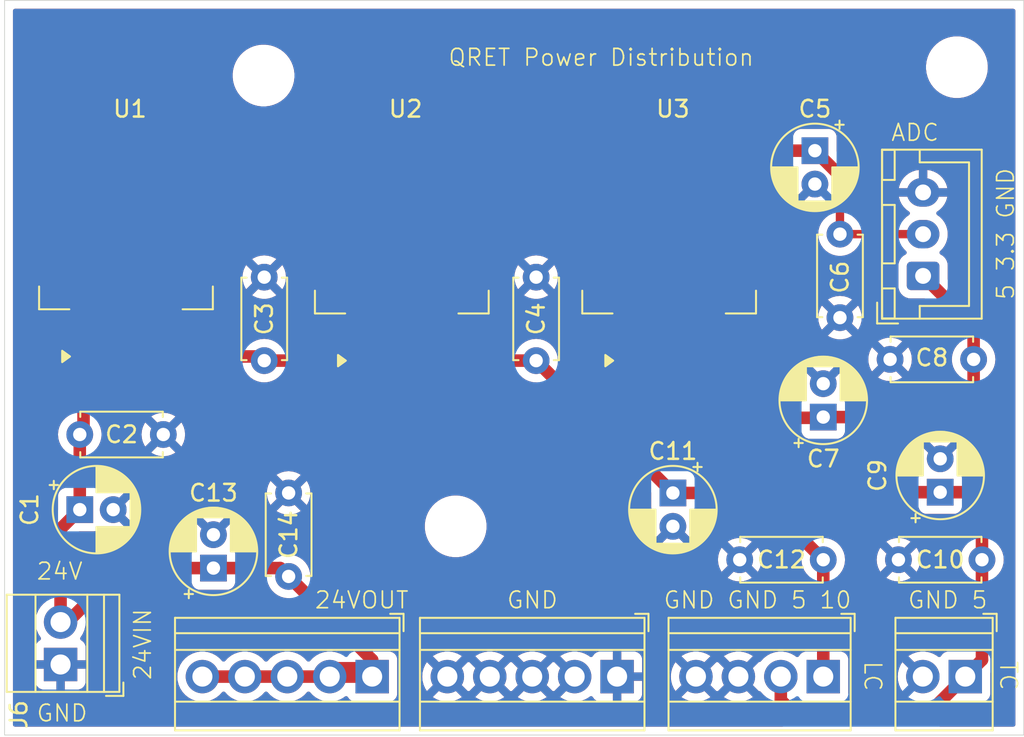
<source format=kicad_pcb>
(kicad_pcb (version 20240108) (generator "pcbnew") (generator_version "8.0")
  (layers (0 "F.Cu" signal) (31 "B.Cu" signal) (34 "B.Paste" user) (35 "F.Paste" user) (36 "B.SilkS" user "B.Silkscreen") (37 "F.SilkS" user "F.Silkscreen") (38 "B.Mask" user) (39 "F.Mask" user) (44 "Edge.Cuts" user))
  (net 0 "")
  (net 1 "GND")
  (net 2 "+3.3V")
  (net 3 "+5V")
  (net 4 "+10V")
  (net 5 "+24V")
  (footprint "Capacitor_THT:CP_Radial_D5.0mm_P2.00mm" (layer "F.Cu") (at 128 71 -90)
    (property "Reference" "C5" (at -2.5 0 180) (layer "F.SilkS"))
    (property "Value" "10μF" (hide yes))
    (pad "1" thru_hole rect (at 0 0 270) (size 1.6 1.6) (drill 0.8) (layers "*.Cu" "*.Mask") (net 2 "+3.3V"))
    (pad "2" thru_hole circle (at 2 0 270) (size 1.6 1.6) (drill 0.8) (layers "*.Cu" "*.Mask") (net 1 "GND"))
  )
  (footprint "Package_TO_SOT_SMD:TO-263-3_TabPin2" (layer "F.Cu") (at 86.765 75.675 90)
    (property "Reference" "U1" (at 7.175 0.235 0) (layer "F.SilkS"))
    (property "Value" "uA7810" (hide yes))
    (pad "1" smd roundrect (at -7.65 -2.54 90) (size 4.6 1.1) (layers "F.Cu" "F.Paste" "F.Mask") (roundrect_rratio 0.227273) (net 5 "+24V"))
    (pad "2" smd roundrect (at -7.65 0 90) (size 4.6 1.1) (layers "F.Cu" "F.Paste" "F.Mask") (roundrect_rratio 0.227273) (net 1 "GND"))
    (pad "2" smd roundrect (at -0.925 -2.775 90) (size 4.55 5.25) (layers "F.Cu" "F.Paste") (roundrect_rratio 0.054945) (net 1 "GND"))
    (pad "2" smd roundrect (at -0.925 2.775 90) (size 4.55 5.25) (layers "F.Cu" "F.Paste") (roundrect_rratio 0.054945) (net 1 "GND"))
    (pad "2" smd roundrect (at 1.5 0 90) (size 9.4 10.8) (layers "F.Cu" "F.Mask") (roundrect_rratio 0.026596) (net 1 "GND"))
    (pad "2" smd roundrect (at 3.925 -2.775 90) (size 4.55 5.25) (layers "F.Cu" "F.Paste") (roundrect_rratio 0.054945) (net 1 "GND"))
    (pad "2" smd roundrect (at 3.925 2.775 90) (size 4.55 5.25) (layers "F.Cu" "F.Paste") (roundrect_rratio 0.054945) (net 1 "GND"))
    (pad "3" smd roundrect (at -7.65 2.54 90) (size 4.6 1.1) (layers "F.Cu" "F.Paste" "F.Mask") (roundrect_rratio 0.227273) (net 4 "+10V"))
  )
  (footprint "Capacitor_THT:CP_Radial_D5.0mm_P2.00mm" (layer "F.Cu") (at 119.5 91.5 -90)
    (property "Reference" "C11" (at -2.5 0 0) (layer "F.SilkS"))
    (property "Value" "10μF" (hide yes))
    (pad "1" thru_hole rect (at 0 0 270) (size 1.6 1.6) (drill 0.8) (layers "*.Cu" "*.Mask") (net 4 "+10V"))
    (pad "2" thru_hole circle (at 2 0 270) (size 1.6 1.6) (drill 0.8) (layers "*.Cu" "*.Mask") (net 1 "GND"))
  )
  (footprint "TerminalBlock:TerminalBlock_Xinya_XY308-2.54-5P_1x05_P2.54mm_Horizontal" (layer "F.Cu") (at 101.5 102.5 180)
    (property "Reference" "J5" (hide yes))
    (property "Value" "24V Out" (hide yes))
    (pad "1" thru_hole rect (at 0 0 180) (size 2 2) (drill 1.2) (layers "*.Cu" "*.Mask") (net 5 "+24V"))
    (pad "2" thru_hole circle (at 2.54 0 180) (size 2 2) (drill 1.2) (layers "*.Cu" "*.Mask") (net 5 "+24V"))
    (pad "3" thru_hole circle (at 5.08 0 180) (size 2 2) (drill 1.2) (layers "*.Cu" "*.Mask") (net 5 "+24V"))
    (pad "4" thru_hole circle (at 7.62 0 180) (size 2 2) (drill 1.2) (layers "*.Cu" "*.Mask") (net 5 "+24V"))
    (pad "5" thru_hole circle (at 10.16 0 180) (size 2 2) (drill 1.2) (layers "*.Cu" "*.Mask") (net 5 "+24V"))
  )
  (footprint "TerminalBlock:TerminalBlock_Xinya_XY308-2.54-4P_1x04_P2.54mm_Horizontal" (layer "F.Cu") (at 128.5 102.5 180)
    (property "Reference" "J3" (hide yes))
    (property "Value" "LC Out" (hide yes))
    (pad "1" thru_hole rect (at 0 0 180) (size 2 2) (drill 1.2) (layers "*.Cu" "*.Mask") (net 4 "+10V"))
    (pad "2" thru_hole circle (at 2.54 0 180) (size 2 2) (drill 1.2) (layers "*.Cu" "*.Mask") (net 3 "+5V"))
    (pad "3" thru_hole circle (at 5.08 0 180) (size 2 2) (drill 1.2) (layers "*.Cu" "*.Mask") (net 1 "GND"))
    (pad "4" thru_hole circle (at 7.62 0 180) (size 2 2) (drill 1.2) (layers "*.Cu" "*.Mask") (net 1 "GND"))
  )
  (footprint "Capacitor_THT:C_Disc_D4.7mm_W2.5mm_P5.00mm" (layer "F.Cu") (at 128.5 95.5 180)
    (property "Reference" "C12" (at 2.5 0 360) (layer "F.SilkS"))
    (property "Value" "0.1μF" (hide yes))
    (pad "1" thru_hole circle (at 0 0 180) (size 1.6 1.6) (drill 0.8) (layers "*.Cu" "*.Mask") (net 4 "+10V"))
    (pad "2" thru_hole circle (at 5 0 180) (size 1.6 1.6) (drill 0.8) (layers "*.Cu" "*.Mask") (net 1 "GND"))
  )
  (footprint "Capacitor_THT:C_Disc_D4.7mm_W2.5mm_P5.00mm" (layer "F.Cu") (at 138 95.5 180)
    (property "Reference" "C10" (at 2.5 0 360) (layer "F.SilkS"))
    (property "Value" "0.1μF" (hide yes))
    (pad "1" thru_hole circle (at 0 0 180) (size 1.6 1.6) (drill 0.8) (layers "*.Cu" "*.Mask") (net 3 "+5V"))
    (pad "2" thru_hole circle (at 5 0 180) (size 1.6 1.6) (drill 0.8) (layers "*.Cu" "*.Mask") (net 1 "GND"))
  )
  (footprint "Capacitor_THT:CP_Radial_D5.0mm_P2.00mm" (layer "F.Cu") (at 92 96 90)
    (property "Reference" "C13" (at 4.5 0 360) (layer "F.SilkS"))
    (property "Value" "10μF" (hide yes))
    (pad "1" thru_hole rect (at 0 0 90) (size 1.6 1.6) (drill 0.8) (layers "*.Cu" "*.Mask") (net 5 "+24V"))
    (pad "2" thru_hole circle (at 2 0 90) (size 1.6 1.6) (drill 0.8) (layers "*.Cu" "*.Mask") (net 1 "GND"))
  )
  (footprint "Capacitor_THT:C_Disc_D4.7mm_W2.5mm_P5.00mm" (layer "F.Cu") (at 129.5 76 -90)
    (property "Reference" "C6" (at 2.575 0 90) (layer "F.SilkS"))
    (property "Value" "0.1μF" (hide yes))
    (pad "1" thru_hole circle (at 0 0 270) (size 1.6 1.6) (drill 0.8) (layers "*.Cu" "*.Mask") (net 2 "+3.3V"))
    (pad "2" thru_hole circle (at 5 0 270) (size 1.6 1.6) (drill 0.8) (layers "*.Cu" "*.Mask") (net 1 "GND"))
  )
  (footprint "Capacitor_THT:CP_Radial_D5.0mm_P2.00mm" (layer "F.Cu") (at 135.5 91.455113 90)
    (property "Reference" "C9" (at 1 -3.75 90) (layer "F.SilkS"))
    (property "Value" "10μF" (hide yes))
    (pad "1" thru_hole rect (at 0 0 90) (size 1.6 1.6) (drill 0.8) (layers "*.Cu" "*.Mask") (net 3 "+5V"))
    (pad "2" thru_hole circle (at 2 0 90) (size 1.6 1.6) (drill 0.8) (layers "*.Cu" "*.Mask") (net 1 "GND"))
  )
  (footprint "Package_TO_SOT_SMD:TO-263-2" (layer "F.Cu") (at 103.275 75.925 90)
    (property "Reference" "U2" (at 7.425 0.225 180) (layer "F.SilkS"))
    (property "Value" "L7805" (hide yes))
    (pad "1" smd roundrect (at -7.65 -2.54 90) (size 4.6 1.1) (layers "F.Cu" "F.Paste" "F.Mask") (roundrect_rratio 0.227273) (net 4 "+10V"))
    (pad "2" smd roundrect (at -0.925 -2.775 90) (size 4.55 5.25) (layers "F.Cu" "F.Paste") (roundrect_rratio 0.054945) (net 1 "GND"))
    (pad "2" smd roundrect (at -0.925 2.775 90) (size 4.55 5.25) (layers "F.Cu" "F.Paste") (roundrect_rratio 0.054945) (net 1 "GND"))
    (pad "2" smd roundrect (at 1.5 0 90) (size 9.4 10.8) (layers "F.Cu" "F.Mask") (roundrect_rratio 0.026596) (net 1 "GND"))
    (pad "2" smd roundrect (at 3.925 -2.775 90) (size 4.55 5.25) (layers "F.Cu" "F.Paste") (roundrect_rratio 0.054945) (net 1 "GND"))
    (pad "2" smd roundrect (at 3.925 2.775 90) (size 4.55 5.25) (layers "F.Cu" "F.Paste") (roundrect_rratio 0.054945) (net 1 "GND"))
    (pad "3" smd roundrect (at -7.65 2.54 90) (size 4.6 1.1) (layers "F.Cu" "F.Paste" "F.Mask") (roundrect_rratio 0.227273) (net 3 "+5V"))
  )
  (footprint "TerminalBlock:TerminalBlock_Xinya_XY308-2.54-2P_1x02_P2.54mm_Horizontal" (layer "F.Cu") (at 82.85 101.775 90)
    (property "Reference" "J6" (at -3 -2.5 90) (layer "F.SilkS"))
    (property "Value" "24VIN" (hide yes))
    (pad "1" thru_hole rect (at 0 0 90) (size 2 2) (drill 1.2) (layers "*.Cu" "*.Mask") (net 1 "GND"))
    (pad "2" thru_hole circle (at 2.54 0 90) (size 2 2) (drill 1.2) (layers "*.Cu" "*.Mask") (net 5 "+24V"))
  )
  (footprint "TerminalBlock:TerminalBlock_Xinya_XY308-2.54-5P_1x05_P2.54mm_Horizontal" (layer "F.Cu") (at 116.16 102.5 180)
    (property "Reference" "J4" (hide yes))
    (property "Value" "GND" (hide yes))
    (pad "1" thru_hole rect (at 0 0 180) (size 2 2) (drill 1.2) (layers "*.Cu" "*.Mask") (net 1 "GND"))
    (pad "2" thru_hole circle (at 2.54 0 180) (size 2 2) (drill 1.2) (layers "*.Cu" "*.Mask") (net 1 "GND"))
    (pad "3" thru_hole circle (at 5.08 0 180) (size 2 2) (drill 1.2) (layers "*.Cu" "*.Mask") (net 1 "GND"))
    (pad "4" thru_hole circle (at 7.62 0 180) (size 2 2) (drill 1.2) (layers "*.Cu" "*.Mask") (net 1 "GND"))
    (pad "5" thru_hole circle (at 10.16 0 180) (size 2 2) (drill 1.2) (layers "*.Cu" "*.Mask") (net 1 "GND"))
  )
  (footprint "Capacitor_THT:C_Disc_D4.7mm_W2.5mm_P5.00mm" (layer "F.Cu") (at 84 88)
    (property "Reference" "C2" (at 2.5 0 360) (layer "F.SilkS"))
    (property "Value" "0.1μF" (hide yes))
    (pad "1" thru_hole circle (at 0 0) (size 1.6 1.6) (drill 0.8) (layers "*.Cu" "*.Mask") (net 5 "+24V"))
    (pad "2" thru_hole circle (at 5 0) (size 1.6 1.6) (drill 0.8) (layers "*.Cu" "*.Mask") (net 1 "GND"))
  )
  (footprint "Connector_JST:JST_XH_B3B-XH-A_1x03_P2.50mm_Vertical" (layer "F.Cu") (at 134.475 78.5 90)
    (property "Reference" "J1" (hide yes))
    (property "Value" "ADC Out" (hide yes))
    (pad "1" thru_hole roundrect (at 0 0 90) (size 1.7 1.95) (drill 0.95) (layers "*.Cu" "*.Mask") (roundrect_rratio 0.147059) (net 3 "+5V"))
    (pad "2" thru_hole oval (at 2.5 0 90) (size 1.7 1.95) (drill 0.95) (layers "*.Cu" "*.Mask") (net 2 "+3.3V"))
    (pad "3" thru_hole oval (at 5 0 90) (size 1.7 1.95) (drill 0.95) (layers "*.Cu" "*.Mask") (net 1 "GND"))
  )
  (footprint "Capacitor_THT:CP_Radial_D5.0mm_P2.00mm" (layer "F.Cu") (at 84 92.5)
    (property "Reference" "C1" (at -3 0 90) (layer "F.SilkS"))
    (property "Value" "10μF" (hide yes))
    (pad "1" thru_hole rect (at 0 0) (size 1.6 1.6) (drill 0.8) (layers "*.Cu" "*.Mask") (net 5 "+24V"))
    (pad "2" thru_hole circle (at 2 0) (size 1.6 1.6) (drill 0.8) (layers "*.Cu" "*.Mask") (net 1 "GND"))
  )
  (footprint "Capacitor_THT:C_Disc_D4.7mm_W2.5mm_P5.00mm" (layer "F.Cu") (at 96.5 96.5 90)
    (property "Reference" "C14" (at 2.5 0 90) (layer "F.SilkS"))
    (property "Value" "0.1μF" (hide yes))
    (pad "1" thru_hole circle (at 0 0 90) (size 1.6 1.6) (drill 0.8) (layers "*.Cu" "*.Mask") (net 5 "+24V"))
    (pad "2" thru_hole circle (at 5 0 90) (size 1.6 1.6) (drill 0.8) (layers "*.Cu" "*.Mask") (net 1 "GND"))
  )
  (footprint "Package_TO_SOT_SMD:TO-263-2" (layer "F.Cu") (at 119.275 75.925 90)
    (property "Reference" "U3" (at 7.425 0.225 0) (layer "F.SilkS"))
    (property "Value" "LD1086D2T33TR" (hide yes))
    (pad "1" smd roundrect (at -7.65 -2.54 90) (size 4.6 1.1) (layers "F.Cu" "F.Paste" "F.Mask") (roundrect_rratio 0.227273) (net 1 "GND"))
    (pad "2" smd roundrect (at -0.925 -2.775 90) (size 4.55 5.25) (layers "F.Cu" "F.Paste") (roundrect_rratio 0.054945) (net 2 "+3.3V"))
    (pad "2" smd roundrect (at -0.925 2.775 90) (size 4.55 5.25) (layers "F.Cu" "F.Paste") (roundrect_rratio 0.054945) (net 2 "+3.3V"))
    (pad "2" smd roundrect (at 1.5 0 90) (size 9.4 10.8) (layers "F.Cu" "F.Mask") (roundrect_rratio 0.026596) (net 2 "+3.3V"))
    (pad "2" smd roundrect (at 3.925 -2.775 90) (size 4.55 5.25) (layers "F.Cu" "F.Paste") (roundrect_rratio 0.054945) (net 2 "+3.3V"))
    (pad "2" smd roundrect (at 3.925 2.775 90) (size 4.55 5.25) (layers "F.Cu" "F.Paste") (roundrect_rratio 0.054945) (net 2 "+3.3V"))
    (pad "3" smd roundrect (at -7.65 2.54 90) (size 4.6 1.1) (layers "F.Cu" "F.Paste" "F.Mask") (roundrect_rratio 0.227273) (net 3 "+5V"))
  )
  (footprint "MountingHole:MountingHole_3.2mm_M3_DIN965" (layer "F.Cu") (at 106.5 93.5)
    (property "Reference" "H1" (hide yes))
    (property "Value" "MountingHole" (hide yes))
    (pad "" np_thru_hole circle (at 0 0) (size 3.2 3.2) (drill 3.2) (layers "*.Cu" "*.Mask"))
  )
  (footprint "Capacitor_THT:C_Disc_D4.7mm_W2.5mm_P5.00mm" (layer "F.Cu") (at 95.04 83.575 90)
    (property "Reference" "C3" (at 2.5 0 90) (layer "F.SilkS"))
    (property "Value" "0.1μF" (hide yes))
    (pad "1" thru_hole circle (at 0 0 90) (size 1.6 1.6) (drill 0.8) (layers "*.Cu" "*.Mask") (net 4 "+10V"))
    (pad "2" thru_hole circle (at 5 0 90) (size 1.6 1.6) (drill 0.8) (layers "*.Cu" "*.Mask") (net 1 "GND"))
  )
  (footprint "Capacitor_THT:CP_Radial_D5.0mm_P2.00mm" (layer "F.Cu") (at 128.5 86.955113 90)
    (property "Reference" "C7" (at -2.5 0 360) (layer "F.SilkS"))
    (property "Value" "10μF" (hide yes))
    (pad "1" thru_hole rect (at 0 0 90) (size 1.6 1.6) (drill 0.8) (layers "*.Cu" "*.Mask") (net 3 "+5V"))
    (pad "2" thru_hole circle (at 2 0 90) (size 1.6 1.6) (drill 0.8) (layers "*.Cu" "*.Mask") (net 1 "GND"))
  )
  (footprint "MountingHole:MountingHole_3.2mm_M3_DIN965" (layer "F.Cu") (at 95 66.5)
    (property "Reference" "H1" (hide yes))
    (property "Value" "MountingHole" (hide yes))
    (pad "" np_thru_hole circle (at 0 0) (size 3.2 3.2) (drill 3.2) (layers "*.Cu" "*.Mask"))
  )
  (footprint "MountingHole:MountingHole_3.2mm_M3_DIN965" (layer "F.Cu") (at 136.5 66)
    (property "Reference" "H1" (hide yes))
    (property "Value" "MountingHole" (hide yes))
    (pad "" np_thru_hole circle (at 0 0) (size 3.2 3.2) (drill 3.2) (layers "*.Cu" "*.Mask"))
  )
  (footprint "TerminalBlock:TerminalBlock_Xinya_XY308-2.54-2P_1x02_P2.54mm_Horizontal" (layer "F.Cu") (at 137 102.5 180)
    (property "Reference" "J2" (hide yes))
    (property "Value" "TC Out" (hide yes))
    (pad "1" thru_hole rect (at 0 0 180) (size 2 2) (drill 1.2) (layers "*.Cu" "*.Mask") (net 3 "+5V"))
    (pad "2" thru_hole circle (at 2.54 0 180) (size 2 2) (drill 1.2) (layers "*.Cu" "*.Mask") (net 1 "GND"))
  )
  (footprint "Capacitor_THT:C_Disc_D4.7mm_W2.5mm_P5.00mm" (layer "F.Cu") (at 137.5 83.5 180)
    (property "Reference" "C8" (at 2.5 0.1 360) (layer "F.SilkS"))
    (property "Value" "0.1μF" (hide yes))
    (pad "1" thru_hole circle (at 0 0 180) (size 1.6 1.6) (drill 0.8) (layers "*.Cu" "*.Mask") (net 3 "+5V"))
    (pad "2" thru_hole circle (at 5 0 180) (size 1.6 1.6) (drill 0.8) (layers "*.Cu" "*.Mask") (net 1 "GND"))
  )
  (footprint "Capacitor_THT:C_Disc_D4.7mm_W2.5mm_P5.00mm" (layer "F.Cu") (at 111.315 83.575 90)
    (property "Reference" "C4" (at 2.5 0 90) (layer "F.SilkS"))
    (property "Value" "0.1μF" (hide yes))
    (pad "1" thru_hole circle (at 0 0 90) (size 1.6 1.6) (drill 0.8) (layers "*.Cu" "*.Mask") (net 3 "+5V"))
    (pad "2" thru_hole circle (at 5 0 90) (size 1.6 1.6) (drill 0.8) (layers "*.Cu" "*.Mask") (net 1 "GND"))
  )
  (gr_rect (start 79.5 62) (end 140.5 106) (stroke (width 0.05)) (fill none) (layer "Edge.Cuts"))
  (gr_text "GND 5" (at 133.5 98.5 0) (layer "F.SilkS") (effects (font (size 1 1) (thickness 0.1)) (justify left bottom)))
  (gr_text "GND GND 5 10" (at 118.88 98.5 0) (layer "F.SilkS") (effects (font (size 1 1) (thickness 0.1)) (justify left bottom)))
  (gr_text "5 3.3 GND" (at 140 80 90) (layer "F.SilkS") (effects (font (size 1 1) (thickness 0.1)) (justify left bottom)))
  (gr_text "GND" (at 81.35 105.275 0) (layer "F.SilkS") (effects (font (size 1 1) (thickness 0.1)) (justify left bottom)))
  (gr_text "LC" (at 130.88 101.5 -90) (layer "F.SilkS") (effects (font (size 1 1) (thickness 0.1)) (justify left bottom)))
  (gr_text "TC" (at 139 101.5 -90) (layer "F.SilkS") (effects (font (size 1 1) (thickness 0.1)) (justify left bottom)))
  (gr_text "24VIN" (at 88.35 102.775 90) (layer "F.SilkS") (effects (font (size 1 1) (thickness 0.1)) (justify left bottom)))
  (gr_text "QRET Power Distribution" (at 106 66 0) (layer "F.SilkS") (effects (font (size 1 1) (thickness 0.1)) (justify left bottom)))
  (gr_text "24VOUT" (at 98 98.5 0) (layer "F.SilkS") (effects (font (size 1 1) (thickness 0.1)) (justify left bottom)))
  (gr_text "24V" (at 81.35 96.775 0) (layer "F.SilkS") (effects (font (size 1 1) (thickness 0.1)) (justify left bottom)))
  (gr_text "ADC" (at 132.5 70.5 0) (layer "F.SilkS") (effects (font (size 1 1) (thickness 0.1)) (justify left bottom)))
  (gr_text "GND" (at 109.5 98.5 0) (layer "F.SilkS") (effects (font (size 1 1) (thickness 0.1)) (justify left bottom)))
  (segment (start 123.05 71) (end 122.05 72) (width 0.75) (layer "F.Cu") (net 2))
  (segment (start 129.5 72.5) (end 128 71) (width 0.75) (layer "F.Cu") (net 2))
  (segment (start 129.5 72.5) (end 129.5 76) (width 0.5) (layer "F.Cu") (net 2))
  (segment (start 128 71) (end 123.05 71) (width 0.75) (layer "F.Cu") (net 2))
  (segment (start 129.5 76) (end 134.475 76) (width 0.5) (layer "F.Cu") (net 2))
  (segment (start 135 104.5) (end 126.545787 104.5) (width 0.75) (layer "F.Cu") (net 3))
  (segment (start 137 102.5) (end 135 104.5) (width 0.75) (layer "F.Cu") (net 3))
  (segment (start 138 95.5) (end 138 101.5) (width 0.75) (layer "F.Cu") (net 3))
  (segment (start 126.955113 91.455113) (end 135.5 91.455113) (width 0.75) (layer "F.Cu") (net 3))
  (segment (start 118.39 87) (end 122.5 87) (width 0.75) (layer "F.Cu") (net 3))
  (segment (start 136.044887 86.955113) (end 137.5 85.5) (width 0.75) (layer "F.Cu") (net 3))
  (segment (start 125.96 103.914213) (end 125.96 102.5) (width 0.75) (layer "F.Cu") (net 3))
  (segment (start 122.5 87) (end 128.455113 87) (width 0.75) (layer "F.Cu") (net 3))
  (segment (start 136.955113 91.455113) (end 138 92.5) (width 0.75) (layer "F.Cu") (net 3))
  (segment (start 122.5 87) (end 126.955113 91.455113) (width 0.75) (layer "F.Cu") (net 3))
  (segment (start 128.455113 87) (end 128.5 86.955113) (width 0.75) (layer "F.Cu") (net 3))
  (segment (start 135.5 91.455113) (end 136.955113 91.455113) (width 0.75) (layer "F.Cu") (net 3))
  (segment (start 137.5 81.525) (end 134.475 78.5) (width 0.75) (layer "F.Cu") (net 3))
  (segment (start 111.315 83.575) (end 105.815 83.575) (width 0.75) (layer "F.Cu") (net 3))
  (segment (start 137.5 85.5) (end 137.5 83.5) (width 0.75) (layer "F.Cu") (net 3))
  (segment (start 126.545787 104.5) (end 125.96 103.914213) (width 0.75) (layer "F.Cu") (net 3))
  (segment (start 138 92.5) (end 138 95.5) (width 0.75) (layer "F.Cu") (net 3))
  (segment (start 114.74 87) (end 118.39 87) (width 0.75) (layer "F.Cu") (net 3))
  (segment (start 137.5 83.5) (end 137.5 81.525) (width 0.75) (layer "F.Cu") (net 3))
  (segment (start 128.5 86.955113) (end 136.044887 86.955113) (width 0.75) (layer "F.Cu") (net 3))
  (segment (start 111.315 83.575) (end 114.74 87) (width 0.75) (layer "F.Cu") (net 3))
  (segment (start 118.39 87) (end 121.815 83.575) (width 0.75) (layer "F.Cu") (net 3))
  (segment (start 138 101.5) (end 137 102.5) (width 0.75) (layer "F.Cu") (net 3))
  (segment (start 119.5 91.5) (end 124.5 91.5) (width 0.75) (layer "F.Cu") (net 4))
  (segment (start 124.5 91.5) (end 128.5 95.5) (width 0.75) (layer "F.Cu") (net 4))
  (segment (start 100.735 83.575) (end 95.04 83.575) (width 0.75) (layer "F.Cu") (net 4))
  (segment (start 116.5 88.5) (end 119.5 91.5) (width 0.75) (layer "F.Cu") (net 4))
  (segment (start 89.305 83.325) (end 94.79 83.325) (width 0.75) (layer "F.Cu") (net 4))
  (segment (start 128.5 95.5) (end 128.5 102.5) (width 0.75) (layer "F.Cu") (net 4))
  (segment (start 94.79 83.325) (end 95.04 83.575) (width 0.75) (layer "F.Cu") (net 4))
  (segment (start 94.48 88.5) (end 116.5 88.5) (width 0.75) (layer "F.Cu") (net 4))
  (segment (start 89.305 83.325) (end 94.48 88.5) (width 0.75) (layer "F.Cu") (net 4))
  (segment (start 101.5 101.5) (end 101.5 102) (width 0.75) (layer "F.Cu") (net 5))
  (segment (start 101.5 102) (end 98.96 102) (width 0.75) (layer "F.Cu") (net 5))
  (segment (start 96.5 96.5) (end 101.5 101.5) (width 0.75) (layer "F.Cu") (net 5))
  (segment (start 93.88 102.5) (end 91.34 102.5) (width 0.75) (layer "F.Cu") (net 5))
  (segment (start 86.5 96) (end 92 96) (width 0.75) (layer "F.Cu") (net 5))
  (segment (start 82.85 99.235) (end 82.85 93.65) (width 0.75) (layer "F.Cu") (net 5))
  (segment (start 82.85 99.235) (end 83.265 99.235) (width 0.75) (layer "F.Cu") (net 5))
  (segment (start 82.85 93.65) (end 84 92.5) (width 0.75) (layer "F.Cu") (net 5))
  (segment (start 101.5 102.5) (end 96.42 102.5) (width 0.75) (layer "F.Cu") (net 5))
  (segment (start 84.225 87.775) (end 84 88) (width 0.75) (layer "F.Cu") (net 5))
  (segment (start 96.42 102.5) (end 93.88 102.5) (width 0.75) (layer "F.Cu") (net 5))
  (segment (start 84.225 83.325) (end 84.225 87.775) (width 0.75) (layer "F.Cu") (net 5))
  (segment (start 84 88) (end 84 92.5) (width 0.75) (layer "F.Cu") (net 5))
  (segment (start 83.265 99.235) (end 86.5 96) (width 0.75) (layer "F.Cu") (net 5))
  (segment (start 96 96) (end 96.5 96.5) (width 0.75) (layer "F.Cu") (net 5))
  (segment (start 92 96) (end 96 96) (width 0.75) (layer "F.Cu") (net 5))
  (zone (net 1) (net_name "GND") (layers "F&B.Cu") (connect_pads (clearance 0.5)) (min_thickness 0.25) (fill yes (thermal_gap 0.5) (thermal_bridge_width 0.5))
    (polygon (pts (xy 79.5 62) (xy 140.5 62) (xy 140.5 106) (xy 79.5 106)))
  )
)
</source>
